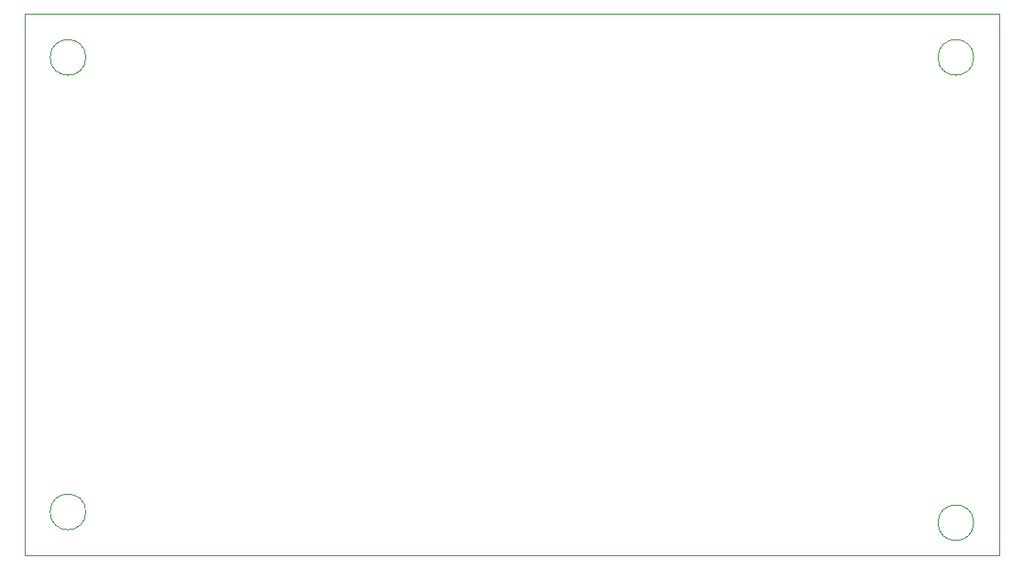
<source format=gbr>
%TF.GenerationSoftware,KiCad,Pcbnew,8.0.3*%
%TF.CreationDate,2024-06-19T11:52:11-04:00*%
%TF.ProjectId,SioHub,53696f48-7562-42e6-9b69-6361645f7063,rev?*%
%TF.SameCoordinates,Original*%
%TF.FileFunction,Profile,NP*%
%FSLAX46Y46*%
G04 Gerber Fmt 4.6, Leading zero omitted, Abs format (unit mm)*
G04 Created by KiCad (PCBNEW 8.0.3) date 2024-06-19 11:52:11*
%MOMM*%
%LPD*%
G01*
G04 APERTURE LIST*
%TA.AperFunction,Profile*%
%ADD10C,0.050000*%
%TD*%
G04 APERTURE END LIST*
D10*
X85650000Y-54000000D02*
G75*
G02*
X82350000Y-54000000I-1650000J0D01*
G01*
X82350000Y-54000000D02*
G75*
G02*
X85650000Y-54000000I1650000J0D01*
G01*
X167650000Y-97000000D02*
G75*
G02*
X164350000Y-97000000I-1650000J0D01*
G01*
X164350000Y-97000000D02*
G75*
G02*
X167650000Y-97000000I1650000J0D01*
G01*
X167650000Y-54000000D02*
G75*
G02*
X164350000Y-54000000I-1650000J0D01*
G01*
X164350000Y-54000000D02*
G75*
G02*
X167650000Y-54000000I1650000J0D01*
G01*
X80000000Y-50000000D02*
X170000000Y-50000000D01*
X170000000Y-100000000D01*
X80000000Y-100000000D01*
X80000000Y-50000000D01*
X85650000Y-96000000D02*
G75*
G02*
X82350000Y-96000000I-1650000J0D01*
G01*
X82350000Y-96000000D02*
G75*
G02*
X85650000Y-96000000I1650000J0D01*
G01*
M02*

</source>
